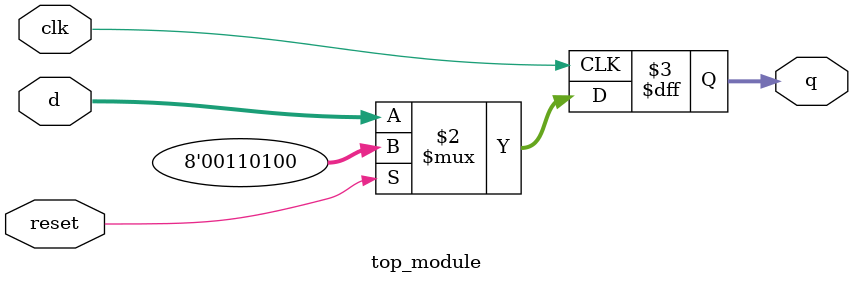
<source format=v>
module top_module (
    input clk,
    input reset,
    input [7:0] d,
    output [7:0] q
);
    always@(negedge clk)
         begin
           q<=reset?8'b00110100:d;
         end

endmodule

</source>
